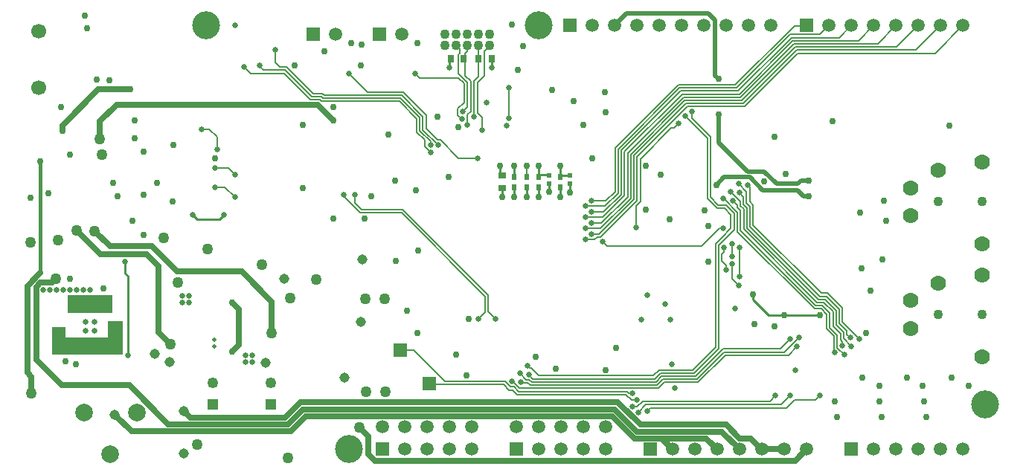
<source format=gbl>
%FSTAX23Y23*%
%MOIN*%
%SFA1B1*%

%IPPOS*%
%ADD15R,0.019690X0.023620*%
%ADD19R,0.035430X0.027560*%
%ADD22R,0.027560X0.035430*%
%ADD36R,0.023620X0.031500*%
%ADD57C,0.015000*%
%ADD58C,0.025000*%
%ADD59C,0.008000*%
%ADD61C,0.020000*%
%ADD62C,0.010000*%
%ADD63C,0.125100*%
%ADD64C,0.059060*%
%ADD65R,0.059060X0.059060*%
%ADD66C,0.070000*%
%ADD67C,0.043310*%
%ADD68R,0.059060X0.059060*%
%ADD69C,0.049210*%
%ADD70R,0.049210X0.049210*%
%ADD71C,0.078740*%
%ADD72C,0.066930*%
%ADD73C,0.050000*%
%ADD74C,0.025000*%
%ADD75C,0.030000*%
%ADD76C,0.019690*%
%ADD77C,0.045000*%
%LNmako_dsp_r1.6-1*%
%LPD*%
G36*
X00475Y00526D02*
X0016D01*
Y00649*
X0022*
Y00601*
X0041*
Y00676*
X00475*
Y00526*
G37*
G36*
X0043Y00711D02*
X0023D01*
Y00791*
X0043*
Y00711*
G37*
G54D15*
X02385Y01329D03*
Y0129D03*
X0248Y01329D03*
Y0129D03*
G54D19*
X02175Y01329D03*
Y0127D03*
G54D22*
X02129Y0185D03*
X0207D03*
X01945D03*
X02004D03*
G54D36*
X02285Y01276D03*
Y01323D03*
X0223Y01276D03*
Y01323D03*
X02435D03*
Y01276D03*
X0234Y01323D03*
Y01276D03*
G54D57*
X00105Y0089D02*
Y01392D01*
G54D58*
X00967Y00757D02*
X00997Y00727D01*
X02891Y00148D02*
X0294Y001D01*
X0334D02*
X0344D01*
X03336D02*
X0334D01*
X03288Y00148D02*
X03336Y001D01*
X03241Y00148D02*
X03288D01*
X03179Y0021D02*
X03241Y00148D01*
X0316Y00179D02*
X0324Y001D01*
X03091Y00148D02*
X0314Y001D01*
X02891Y00148D02*
X03091D01*
X02796Y0021D02*
X03179D01*
X02781Y00179D02*
X0316D01*
X02768Y00148D02*
X02891D01*
X02668Y00248D02*
X02768Y00148D01*
X02681Y00279D02*
X02781Y00179D01*
X02694Y00312D02*
X02796Y0021D01*
X03488Y00048D02*
X0354Y001D01*
X01606Y00048D02*
X03488D01*
X01577Y00077D02*
X01606Y00048D01*
X01535Y00199D02*
X01577Y00157D01*
Y00077D02*
Y00157D01*
X00349Y01079D02*
X00418Y0101D01*
X00967Y00537D02*
X00997Y00567D01*
Y00727*
X00268Y01081D02*
X00375Y00974D01*
X0044Y00256D02*
X00516Y0018D01*
X0075Y00273D02*
X00781Y00242D01*
X00158Y00847D02*
X00176Y00865D01*
X00067Y00353D02*
Y00426D01*
X00089Y00828D02*
X00107Y00847D01*
X00158*
X0135Y01645D02*
X0142Y01575D01*
X00048Y00444D02*
X00067Y00426D01*
X00048Y00444D02*
Y00833D01*
X00105Y0089*
X00505Y00387D02*
X00681Y00211D01*
X00089Y005D02*
Y00828D01*
Y005D02*
X00203Y00387D01*
X00505*
X00206Y01528D02*
Y01552D01*
X00367Y01714*
X00508*
X00374Y0149D02*
Y0157D01*
X00449Y01645*
X0135*
X00516Y0018D02*
X01228D01*
X01296Y00248*
X02668*
X00681Y00211D02*
X01215D01*
X01283Y00279*
X00781Y00242D02*
X01202D01*
X01272Y00312*
X01283Y00279D02*
X02681D01*
X01272Y00312D02*
X02694D01*
X01144Y00622D02*
Y00762D01*
X01008Y00898D02*
X01144Y00762D01*
X00418Y0101D02*
X00606D01*
X00718Y00898*
X01008*
X00375Y00974D02*
X00583D01*
X00636Y00625D02*
X0069Y00571D01*
X00636Y00625D02*
Y00921D01*
X00583Y00974D02*
X00636Y00921D01*
G54D59*
X02005Y01655D02*
Y0174D01*
X01977Y01627D02*
X02005Y01655D01*
X01977Y01597D02*
Y01627D01*
X0202Y01635D02*
Y01745D01*
X02Y01615D02*
X0202Y01635D01*
X0198Y01765D02*
X02005Y0174D01*
X01805Y01765D02*
X0198D01*
X02853Y0043D02*
X02879Y00456D01*
X02859Y00416D02*
X02885Y00442D01*
X02865Y00402D02*
X02891Y00428D01*
X02871Y00388D02*
X02897Y00414D01*
X02879Y00456D02*
X03031D01*
X02885Y00442D02*
X03036D01*
X03043Y00428D02*
X03165Y0055D01*
X02891Y00428D02*
X03043D01*
X03048Y00414D02*
X0317Y00536D01*
X02897Y00414D02*
X03048D01*
X03054Y004D02*
X03176Y00522D01*
X02903Y004D02*
X03054D01*
X02877Y00374D02*
X02903Y004D01*
X0358Y0032D02*
X036Y0034D01*
X03485Y0032D02*
X0358D01*
X0345Y00285D02*
X03485Y0032D01*
X0284Y00285D02*
X0345D01*
X03426Y00301D02*
X03465Y0034D01*
X03375Y00315D02*
X034Y0034D01*
X02825Y0027D02*
X0284Y00285D01*
X0276Y0029D02*
X02781D01*
X02755Y0032D02*
X0278D01*
X02035Y01615D02*
Y0175D01*
X0202Y016D02*
X02035Y01615D01*
X0202Y01555D02*
Y016D01*
X0198Y01784D02*
X0202Y01745D01*
X0201Y01775D02*
X02035Y0175D01*
X0201Y01775D02*
Y01875D01*
X02095Y01775D02*
Y01885D01*
X02065Y01745D02*
X02095Y01775D01*
X02065Y01608D02*
Y01745D01*
X0207Y0177D02*
Y0191D01*
X0205Y0175D02*
X0207Y0177D01*
X0205Y01592D02*
Y0175D01*
X0198Y01784D02*
Y01871D01*
X01977Y01597D02*
X01995Y0158D01*
X01785Y01785D02*
X01805Y01765D01*
X01985Y01876D02*
Y01895D01*
X0198Y01871D02*
X01985Y01876D01*
X0197Y0191D02*
X01985Y01895D01*
X0201Y01875D02*
X0202Y01885D01*
Y0191*
X02065Y01608D02*
X02085Y01588D01*
Y0153D02*
Y01588D01*
X0317Y00985D02*
Y01005D01*
X0316Y00975D02*
X0317Y00985D01*
X03159Y01049D02*
Y01049D01*
X03132Y01021D02*
X03159Y01049D01*
X03146Y00551D02*
Y01016D01*
X021Y00716D02*
Y00785D01*
X01725Y0116D02*
X021Y00785D01*
X0154Y0116D02*
X01725D01*
X02114Y00718D02*
Y00791D01*
X01731Y01174D02*
X02114Y00791D01*
X01546Y01174D02*
X01731D01*
X02068Y00685D02*
X021Y00716D01*
X03663Y00536D02*
Y00607D01*
X0363Y00641D02*
X03663Y00607D01*
X03677Y00555D02*
Y00613D01*
X03644Y00646D02*
X03677Y00613D01*
X03644Y00646D02*
Y00711D01*
X03692Y00591D02*
Y00618D01*
X03658Y00652D02*
X03692Y00618D01*
X03658Y00652D02*
Y00717D01*
X03706Y00597D02*
Y00624D01*
X03672Y00658D02*
X03706Y00624D01*
X0372Y00615D02*
Y0063D01*
X03686Y00664D02*
X0372Y0063D01*
X037Y0067D02*
X03775Y00595D01*
X037Y0067D02*
Y00734D01*
X03605Y0073D02*
X0363Y00705D01*
X03576Y0073D02*
X03605D01*
X03611Y00744D02*
X03644Y00711D01*
X03581Y00744D02*
X03611D01*
X03617Y00758D02*
X03658Y00717D01*
X03587Y00758D02*
X03617D01*
X03623Y00772D02*
X03672Y00723D01*
X03593Y00772D02*
X03623D01*
X03628Y00786D02*
X03686Y00728D01*
X03599Y00786D02*
X03628D01*
X03634Y008D02*
X037Y00734D01*
X03605Y008D02*
X03634D01*
X0363Y00641D02*
Y00705D01*
X03672Y00658D02*
Y00723D01*
X03686Y00664D02*
Y00728D01*
X03706Y00597D02*
X0374Y00563D01*
X03692Y00591D02*
X037Y00583D01*
Y00565D02*
Y00583D01*
X0374Y0056D02*
Y00563D01*
X02682Y01452D02*
X02965Y01735D01*
X03227Y01721D02*
X03466Y0196D01*
X03233Y01707D02*
X03472Y01946D01*
X03238Y01693D02*
X03477Y01932D01*
X03244Y01679D02*
X03483Y01918D01*
X0325Y01665D02*
X03489Y01904D01*
X03256Y01651D02*
X03495Y0189D01*
X03262Y01637D02*
X03501Y01876D01*
X03005Y01637D02*
X03034D01*
X0278Y01411D02*
X03005Y01637D01*
X02999Y01651D02*
X0304D01*
X02766Y01417D02*
X02999Y01651D01*
X02994Y01665D02*
X03045D01*
X02752Y01423D02*
X02994Y01665D01*
X02988Y01679D02*
X03051D01*
X02738Y01429D02*
X02988Y01679D01*
X02982Y01693D02*
X03057D01*
X02724Y01435D02*
X02982Y01693D01*
X02976Y01707D02*
X03063D01*
X0271Y0144D02*
X02976Y01707D01*
X0297Y01721D02*
X03069D01*
X02696Y01446D02*
X0297Y01721D01*
X02965Y01735D02*
X03074D01*
X03075Y01735D02*
X03221D01*
X03074Y01735D02*
X03075Y01735D01*
X03069Y01721D02*
X03227D01*
X03069Y01721D02*
X03069Y01721D01*
X03063Y01707D02*
X03233D01*
X03063Y01707D02*
X03063Y01707D01*
X03058Y01693D02*
X03238D01*
X03057Y01693D02*
X03058Y01693D01*
X03052Y01679D02*
X03244D01*
X03051Y01679D02*
X03052Y01679D01*
X03046Y01665D02*
X0325D01*
X03045Y01665D02*
X03046Y01665D01*
X0304Y01651D02*
X03256D01*
X0304Y01651D02*
X0304Y01651D01*
X03034Y01637D02*
X03262D01*
X03034Y01637D02*
X03034Y01637D01*
X03221Y01735D02*
X03485Y01998D01*
X0354*
X03466Y0196D02*
X036D01*
X03472Y01946D02*
X03686D01*
X03477Y01932D02*
X03772D01*
X03483Y01918D02*
X03858D01*
X03489Y01904D02*
X03944D01*
X03495Y0189D02*
X0403D01*
X03501Y01876D02*
X04116D01*
X0118Y01815D02*
X01209D01*
X0116Y01835D02*
X0118Y01815D01*
X01105Y018D02*
X01204D01*
X01049Y01786D02*
X01199D01*
X0109Y01815D02*
X01105Y018D01*
X0102Y01815D02*
X01049Y01786D01*
X0116Y01835D02*
Y0189D01*
X02744Y0035D02*
X0276D01*
X0222Y00405D02*
X02223D01*
X0315Y0109D02*
X03165D01*
X0307Y0101D02*
X0315Y0109D01*
X02645Y0101D02*
X0307D01*
X0102Y0181D02*
Y0182D01*
X03459Y00522D02*
X03497Y0056D01*
X03176Y00522D02*
X03459D01*
X03441Y00536D02*
X03505Y006D01*
X0317Y00536D02*
X03441D01*
X03422Y0055D02*
X03467Y00595D01*
X03165Y0055D02*
X03422D01*
X03025Y01584D02*
Y01615D01*
X02696Y01249D02*
Y01446D01*
X02682Y01255D02*
Y01452D01*
X02795Y0121D02*
Y01401D01*
X02775Y0119D02*
X02795Y0121D01*
X02775Y01095D02*
Y0119D01*
X0278Y01215D02*
Y01411D01*
X02617Y01052D02*
X0278Y01215D01*
X02766Y0122D02*
Y01417D01*
X02611Y01066D02*
X02766Y0122D01*
X02752Y01226D02*
Y01423D01*
X02615Y0109D02*
X02752Y01226D01*
X02738Y01232D02*
Y01429D01*
X0262Y01115D02*
X02738Y01232D01*
X02724Y01238D02*
Y01435D01*
X02625Y0114D02*
X02724Y01238D01*
X0271Y01243D02*
Y0144D01*
X02631Y01165D02*
X0271Y01243D01*
X02636Y0119D02*
X02696Y01249D01*
X02641Y01215D02*
X02682Y01255D01*
X02602Y01052D02*
X02617D01*
X0259Y0104D02*
X02602Y01052D01*
X0255Y0104D02*
X0259D01*
X02576Y01066D02*
X02611D01*
X02575Y01065D02*
X02576Y01066D01*
X0255Y0109D02*
X02615D01*
X02575Y01115D02*
X0262D01*
X0255Y0114D02*
X02625D01*
X02575Y01165D02*
X02631D01*
X0255Y0119D02*
X02636D01*
X02575Y01215D02*
X02641D01*
X02947Y0154D02*
X02967Y0156D01*
X02933Y0154D02*
X02947D01*
X02795Y01401D02*
X02933Y0154D01*
X04116Y01876D02*
X0424Y02D01*
X0403Y0189D02*
X0414Y02D01*
X03944Y01904D02*
X0404Y02D01*
X03858Y01918D02*
X0394Y02D01*
X03772Y01932D02*
X0384Y02D01*
X03686Y01946D02*
X0374Y02D01*
X036Y0196D02*
X0364Y02D01*
X0354Y01998D02*
Y02D01*
X02285Y01325D02*
Y01372D01*
X03505Y006D02*
X03507D01*
X032Y01255D02*
X03201D01*
X03275Y01285D02*
X03285Y01275D01*
X03708Y00525D02*
X0371D01*
X0372Y00615D02*
X03735Y006D01*
X03677Y00555D02*
X03708Y00525D01*
X03663Y00536D02*
X03665Y00535D01*
X00829Y01536D02*
X00864D01*
X00899Y01501*
Y01446D02*
Y01501D01*
X00889Y01276D02*
X00934D01*
X00979Y01231*
X00889Y01361D02*
X00949D01*
X00979Y01331*
X01855Y01465D02*
Y0148D01*
X0109Y01815D02*
Y01825D01*
X03205Y00965D02*
Y0102D01*
X0226Y004D02*
X02261Y00398D01*
X03165Y01225D02*
X03168D01*
X0324Y0125D02*
X03257Y01233D01*
X03201Y01255D02*
X03243Y01213D01*
X0321Y01215D02*
X03229Y01196D01*
X03235Y0129D02*
X03271Y01254D01*
X03229Y01186D02*
Y01196D01*
X03243Y01192D02*
Y01213D01*
X03257Y01198D02*
Y01233D01*
X03271Y01204D02*
Y01254D01*
X03285Y0121D02*
Y01275D01*
X0316Y00945D02*
Y00975D01*
Y00945D02*
X0318Y00925D01*
Y00905D02*
Y00925D01*
X01889Y01465D02*
X0189D01*
X02095Y01885D02*
X0212Y0191D01*
X01887Y01487D02*
X01899D01*
X01981Y01405*
X02065*
X02114Y00718D02*
X02147Y00685D01*
X02205Y01585D02*
Y0172D01*
X01515Y01205D02*
Y0124D01*
X01465Y01235D02*
Y0124D01*
Y01235D02*
X0154Y0116D01*
X01515Y01205D02*
X01546Y01174D01*
X02625Y0103D02*
X02645Y0101D01*
X0229Y00475D02*
X023Y00465D01*
X02305*
X0323Y01076D02*
X03576Y0073D01*
X03159Y01049D02*
X03201Y01091D01*
Y01152*
X03172Y01181D02*
X03201Y01152D01*
X03146Y01016D02*
X03215Y01085D01*
Y01158*
X03178Y01195D02*
X03215Y01158D01*
X0323Y01076D02*
Y01163D01*
X03168Y01225D02*
X0323Y01163D01*
X033Y01105D02*
X03605Y008D01*
X033Y01105D02*
Y01195D01*
X03285Y0121D02*
X033Y01195D01*
X03286Y01099D02*
Y01189D01*
X03271Y01204D02*
X03286Y01189D01*
X03272Y01093D02*
Y01183D01*
X03257Y01198D02*
X03272Y01183D01*
X03258Y01087D02*
Y01177D01*
X03243Y01192D02*
X03258Y01177D01*
X03244Y01081D02*
Y01171D01*
X03229Y01186D02*
X03244Y01171D01*
X03286Y01099D02*
X03599Y00786D01*
X03272Y01093D02*
X03593Y00772D01*
X03258Y01087D02*
X03587Y00758D01*
X03244Y01081D02*
X03581Y00744D01*
X0324Y00875D02*
Y01005D01*
X03205Y00865D02*
X03235Y00835D01*
X03205Y00865D02*
Y0093D01*
X03139Y01181D02*
X03172D01*
X03144Y01195D02*
X03178D01*
X03095Y01225D02*
X03139Y01181D01*
X03109Y0123D02*
X03144Y01195D01*
X02995Y01595D02*
X03095Y01495D01*
Y01225D02*
Y01495D01*
X03025Y01584D02*
X03109Y015D01*
Y0123D02*
Y015D01*
X03036Y00442D02*
X03146Y00551D01*
X03031Y00456D02*
X03132Y00557D01*
Y01021*
X0149Y01785D02*
X01573Y01702D01*
X01732*
X01828Y01457D02*
X01855Y0143D01*
X01835Y01539D02*
X01887Y01487D01*
X01835Y01539D02*
Y01599D01*
X01732Y01702D02*
X01835Y01599D01*
X01821Y01533D02*
Y01593D01*
X01726Y01688D02*
X01821Y01593D01*
X01807Y01528D02*
Y01587D01*
X0172Y01674D02*
X01807Y01587D01*
X01828Y01457D02*
Y01487D01*
X01793Y01522D02*
X01828Y01487D01*
X01793Y01522D02*
Y01582D01*
X01715Y0166D02*
X01793Y01582D01*
X01821Y01533D02*
X01889Y01465D01*
X01807Y01528D02*
X01855Y0148D01*
X02261Y00398D02*
X02291D01*
X0172Y00545D02*
X0178D01*
X0185Y00395D02*
X01854Y00391D01*
X0178Y00545D02*
X0192Y00405D01*
X02188*
X01854Y00391D02*
X02182D01*
X02255Y0044D02*
X02282Y00412D01*
X02297*
X02188Y00405D02*
X02213Y0038D01*
X02228*
X02182Y00391D02*
X02207Y00366D01*
X02222*
X02305Y00465D02*
X0234Y0043D01*
X02295Y00435D02*
X02314Y00416D01*
X02297Y00412D02*
X02308Y00402D01*
X02291Y00398D02*
X02302Y00388D01*
X02228Y0038D02*
X02249Y00359D01*
X02222Y00366D02*
X02243Y00345D01*
X02249Y00359D02*
X02735D01*
X02243Y00345D02*
X0273D01*
X02785Y00265D02*
X02821Y00301D01*
X03426*
X02781Y0029D02*
X02806Y00315D01*
X03375*
X0234Y0043D02*
X02569D01*
X02314Y00416D02*
X02575D01*
X02569Y0043D02*
X02853D01*
X02575Y00416D02*
X02859D01*
X02308Y00402D02*
X02865D01*
X02302Y00388D02*
X02871D01*
X0273Y00345D02*
X02755Y0032D01*
X02735Y00359D02*
X02744Y0035D01*
X02254Y00374D02*
X02877D01*
X02223Y00405D02*
X02254Y00374D01*
X01199Y01786D02*
X01317Y01667D01*
X01359*
X01366Y0166*
X01715*
X01323Y01681D02*
X01365D01*
X01372Y01674*
X0172*
X01329Y01695D02*
X0137D01*
X01378Y01688*
X01726*
X01204Y018D02*
X01323Y01681D01*
X01209Y01815D02*
X01329Y01695D01*
G54D61*
X03525Y01235D02*
X0355D01*
X03499Y0126D02*
X03525Y01235D01*
X03344Y0126D02*
X03499D01*
X03515Y01305D02*
X0355D01*
X035Y0129D02*
X03515Y01305D01*
X03405Y0129D02*
X035D01*
X0313Y01775D02*
X03145Y0176D01*
X0313Y01775D02*
Y02025D01*
X03145Y01475D02*
Y016D01*
X03275Y01345D02*
X0335D01*
X03145Y01475D02*
X03275Y01345D01*
X0335D02*
X03405Y0129D01*
X02734Y02054D02*
X03101D01*
X0268Y02D02*
X02734Y02054D01*
X03101D02*
X0313Y02025D01*
X03285Y0132D02*
X03344Y0126D01*
X0317Y0132D02*
X03285D01*
X03135Y01285D02*
X0317Y0132D01*
G54D62*
X0344Y007D02*
X036D01*
X02346Y01331D02*
X02385D01*
X0234Y01325D02*
Y01372D01*
X02165Y01334D02*
Y0137D01*
X02175Y0123D02*
Y0127D01*
X033Y0077D02*
Y00795D01*
Y0077D02*
X03369Y007D01*
X0344*
X00908Y0113D02*
X00929Y01151D01*
X0079Y0115D02*
X0081Y0113D01*
X00908*
X0213Y0181D02*
Y01849D01*
X0194Y0181D02*
Y01844D01*
X0223Y0123D02*
Y01277D01*
Y01323D02*
Y0137D01*
X02285Y0123D02*
Y01276D01*
X02283Y01277D02*
X02285Y01278D01*
X0234Y0123D02*
Y01276D01*
X02385Y01255D02*
Y01292D01*
X02435Y0123D02*
Y01276D01*
X0248Y0125D02*
Y0129D01*
X02441Y01329D02*
X0248D01*
X02435Y01323D02*
X02441Y01329D01*
X02435Y01323D02*
Y0137D01*
X005Y00521D02*
Y00876D01*
X00485Y00891D02*
X005Y00876D01*
X00485Y00891D02*
Y00941D01*
G54D63*
X0149Y001D03*
X0085Y02D03*
X0434Y003D03*
X0234Y02D03*
G54D64*
X0424Y02D03*
X0414D03*
X0404D03*
X0394D03*
X0384D03*
X0374D03*
X0364D03*
X0268D03*
X0338D03*
X0328D03*
X0318D03*
X0308D03*
X0298D03*
X0288D03*
X0278D03*
X0258D03*
X0354Y001D03*
X0344D03*
X0334D03*
X0324D03*
X0314D03*
X0304D03*
X0294D03*
X0384D03*
X0394D03*
X0404D03*
X0414D03*
X0424D03*
X0224Y002D03*
X0234Y001D03*
Y002D03*
X0244Y001D03*
Y002D03*
X0254Y001D03*
Y002D03*
X0264Y001D03*
Y002D03*
X0143Y0196D03*
X01725D03*
X0204Y002D03*
Y001D03*
X0194Y002D03*
Y001D03*
X0184Y002D03*
Y001D03*
X0174Y002D03*
Y001D03*
X0164Y002D03*
G54D65*
X0354Y02D03*
X0248D03*
X0284Y001D03*
X0374D03*
X0172Y00545D03*
X0224Y001D03*
X0133Y0196D03*
X01625D03*
X0164Y001D03*
G54D66*
X04006Y00767D03*
X04325Y00516D03*
Y00882D03*
X04128Y00846D03*
X04006Y00642D03*
Y01272D03*
X04325Y01021D03*
Y01387D03*
X04128Y01351D03*
X04006Y01147D03*
G54D67*
X04325Y00705D03*
X04128D03*
X04325Y0121D03*
X04128D03*
X0192Y0196D03*
X0197D03*
X0192Y0191D03*
X0197D03*
X0202Y0196D03*
Y0191D03*
X0207D03*
Y0196D03*
X0212D03*
Y0191D03*
G54D68*
X0185Y00395D03*
G54D69*
X0088Y00398D03*
X0114D03*
G54D70*
X0088Y003D03*
X0114D03*
G54D71*
X0054Y00265D03*
X00303D03*
X00421Y00079D03*
G54D72*
X00099Y01723D03*
Y01976D03*
G54D73*
X00808Y00122D03*
X01535Y00199D03*
X00185Y01038D03*
X01226Y00779D03*
X00723Y00848D03*
X01098Y00928D03*
X00176Y00865D03*
X01344Y00861D03*
X00268Y01081D03*
X0069Y00571D03*
X00349Y01079D03*
X01144Y00622D03*
X01215Y00061D03*
X00383Y01422D03*
X00067Y00353D03*
X00062Y01028D03*
X00374Y0149D03*
X01651Y00774D03*
X01564Y00775D03*
X01566Y00357D03*
X01653D03*
X00857Y00997D03*
X00658Y01049D03*
G54D74*
X00929Y01151D03*
X0349Y00455D03*
X036Y0034D03*
X034D03*
X03465D03*
X01995Y0158D03*
X03205Y0102D03*
X01057Y00522D03*
X00742Y00757D03*
Y00787D03*
X00772D03*
Y00757D03*
X02825Y0079D03*
X02905Y0075D03*
X01027Y00492D03*
Y00522D03*
X01057Y00492D03*
X02195Y0155D03*
X03165Y0109D03*
X0226Y004D03*
X02255Y0044D03*
X03507Y006D03*
X03467Y00595D03*
X03497Y0056D03*
X0324Y0125D03*
X03235Y0129D03*
X03275Y01285D03*
X03775Y00595D03*
X03735Y006D03*
X0374Y0056D03*
X0371Y00525D03*
X03665Y00535D03*
X037Y00565D03*
X0324Y01005D03*
X0079Y0115D03*
X00899Y01446D03*
X00829Y01536D03*
X00889Y01361D03*
Y01276D03*
X00979Y01231D03*
Y01331D03*
X0222Y00405D03*
X03205Y0093D03*
X0318Y00905D03*
X03235Y00835D03*
X0324Y00875D03*
X03165Y01225D03*
X0321Y01215D03*
X032Y01255D03*
X0229Y00475D03*
X02295Y00435D03*
X02575Y01115D03*
X028Y00682D03*
X02625Y0103D03*
X0149Y01785D03*
X02065Y01405D03*
X0109Y0182D03*
X0102Y01815D03*
X0116Y0189D03*
X0098Y02D03*
X02775Y01095D03*
X03025Y01615D03*
X02967Y0156D03*
X0293Y0068D03*
X0322Y0073D03*
X0295Y00375D03*
X02935Y0048D03*
X02995Y01595D03*
X03205Y00965D03*
X0317Y01005D03*
X02105Y01655D03*
X01855Y01465D03*
X02205Y01585D03*
X01785Y01785D03*
X02575Y01215D03*
X0255Y0119D03*
X02575Y01165D03*
X0255Y0104D03*
X02575Y01065D03*
X0255Y0114D03*
Y0109D03*
X0189Y01465D03*
X01855Y0143D03*
X02147Y00685D03*
X02068D03*
X02Y01615D03*
X0213Y0181D03*
X02205Y0172D03*
X01465Y0124D03*
X01515D03*
X0194Y0181D03*
X0043Y0066D03*
X0046Y00661D03*
X00175Y00631D03*
X00205D03*
X00175Y00601D03*
X00205D03*
X00175Y00571D03*
X00205D03*
Y00541D03*
X00175D03*
X0028Y00741D03*
X0025D03*
X0028Y00771D03*
X0025D03*
X0038D03*
X0041D03*
X0038Y00741D03*
X0041D03*
X003Y00816D03*
X0033D03*
X0024D03*
X0027D03*
X0021D03*
X0015D03*
X005Y00521D03*
X00485Y00941D03*
X0278Y0032D03*
X0276Y0029D03*
X02825Y0027D03*
X0276Y0035D03*
X02785Y00265D03*
X0012Y00816D03*
X0018D03*
X02085Y0153D03*
X0202Y01555D03*
X0205Y01592D03*
X0031Y00671D03*
X0035D03*
X0031Y00631D03*
X0035D03*
G54D75*
X02325Y00515D03*
X02415Y0046D03*
X00315Y01988D03*
X0142Y01575D03*
X03145Y0176D03*
Y016D03*
X0355Y01305D03*
X02025Y00685D03*
X00967Y00537D03*
Y00757D03*
X0406Y00385D03*
X0419Y0042D03*
X04265Y00385D03*
X04075Y00245D03*
X04065Y00315D03*
X03865D03*
X03875Y00245D03*
X0399Y0042D03*
X03865Y00385D03*
X0379Y0042D03*
X03665Y00315D03*
X03675Y00245D03*
X03655Y0157D03*
X03395Y015D03*
X0344Y007D03*
X00529Y01495D03*
Y01575D03*
X00519Y01125D03*
X00569Y0124D03*
X01284Y01555D03*
X00704Y01465D03*
X00699Y0121D03*
X0418Y0155D03*
X0335Y013D03*
X03445Y01335D03*
X0197Y00525D03*
X0175Y0072D03*
X01795Y0062D03*
X018Y0099D03*
X017Y00945D03*
X0179Y0126D03*
X01695Y01305D03*
X02015Y0043D03*
X0388Y0095D03*
X03305Y0066D03*
X03805Y0062D03*
X03395Y0065D03*
X036Y007D03*
X0378Y0116D03*
X03885Y01215D03*
X03895Y01125D03*
X02685Y00555D03*
X0264Y00455D03*
X0254Y01555D03*
X015Y0192D03*
X0138Y01885D03*
X01795Y0192D03*
X01245Y0182D03*
X01545Y01915D03*
X0222Y02005D03*
X0227Y01907D03*
X02635Y017D03*
X0223Y0137D03*
X02285Y01372D03*
X0234D03*
Y0123D03*
X02285D03*
X00305Y02044D03*
X02165Y0137D03*
X031Y011D03*
Y0094D03*
X0355Y01235D03*
X02495Y0166D03*
X024Y0171D03*
X01542Y01822D03*
X03827Y00813D03*
X01283Y0127D03*
X00889Y01405D03*
X00569Y01435D03*
X00433Y01295D03*
X00629Y01296D03*
X03785Y0091D03*
X002Y01634D03*
X03083Y01173D03*
X03135Y01285D03*
X02385Y01255D03*
X02435Y0137D03*
X0258Y01405D03*
X0248Y0125D03*
X02435Y0123D03*
X033Y00795D03*
X00568Y0106D03*
X01885Y0159D03*
X02175Y0123D03*
X0223D03*
X01935Y0132D03*
X0198Y01545D03*
X02245Y018D03*
X0264Y0161D03*
X0282Y01175D03*
X02925Y0113D03*
X02885Y0133D03*
X0282Y0137D03*
X0159Y01235D03*
X0142Y01135D03*
X0156D03*
X0142Y01635D03*
X01665Y0151D03*
X0039Y00821D03*
X0022Y00496D03*
X00265Y00481D03*
X0024Y00866D03*
X00142Y01249D03*
X00454Y01234D03*
X00206Y01528D03*
X0024Y01422D03*
X00063Y01228D03*
X00105Y01392D03*
X0036Y01759D03*
X00415Y01754D03*
X00508Y01714D03*
G54D76*
X00887Y00592D03*
Y00561D03*
G54D77*
X0075Y0008D03*
X01471Y00422D03*
X01551Y00951D03*
X01198Y00865D03*
X01542Y00672D03*
X01116Y00488D03*
X0075Y00273D03*
X0044Y00256D03*
X00686Y00491D03*
X00621Y00527D03*
M02*
</source>
